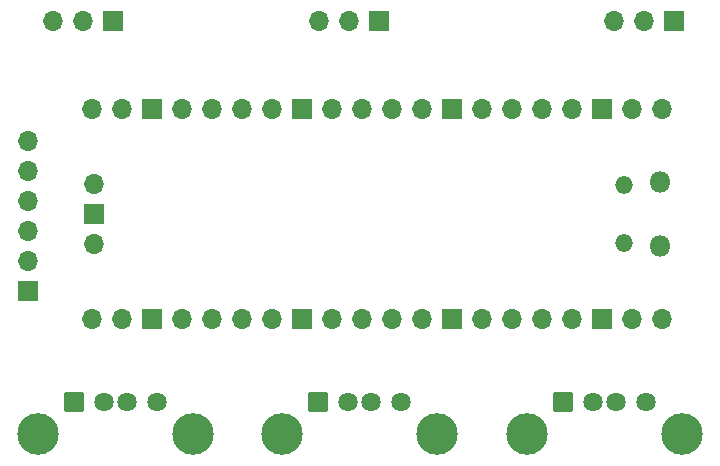
<source format=gbr>
%TF.GenerationSoftware,KiCad,Pcbnew,7.0.9*%
%TF.CreationDate,2023-12-13T17:29:23+01:00*%
%TF.ProjectId,water-tomorrow-pico-triple,77617465-722d-4746-9f6d-6f72726f772d,rev?*%
%TF.SameCoordinates,Original*%
%TF.FileFunction,Soldermask,Bot*%
%TF.FilePolarity,Negative*%
%FSLAX46Y46*%
G04 Gerber Fmt 4.6, Leading zero omitted, Abs format (unit mm)*
G04 Created by KiCad (PCBNEW 7.0.9) date 2023-12-13 17:29:23*
%MOMM*%
%LPD*%
G01*
G04 APERTURE LIST*
G04 Aperture macros list*
%AMRoundRect*
0 Rectangle with rounded corners*
0 $1 Rounding radius*
0 $2 $3 $4 $5 $6 $7 $8 $9 X,Y pos of 4 corners*
0 Add a 4 corners polygon primitive as box body*
4,1,4,$2,$3,$4,$5,$6,$7,$8,$9,$2,$3,0*
0 Add four circle primitives for the rounded corners*
1,1,$1+$1,$2,$3*
1,1,$1+$1,$4,$5*
1,1,$1+$1,$6,$7*
1,1,$1+$1,$8,$9*
0 Add four rect primitives between the rounded corners*
20,1,$1+$1,$2,$3,$4,$5,0*
20,1,$1+$1,$4,$5,$6,$7,0*
20,1,$1+$1,$6,$7,$8,$9,0*
20,1,$1+$1,$8,$9,$2,$3,0*%
G04 Aperture macros list end*
%ADD10RoundRect,0.102000X-0.714000X-0.714000X0.714000X-0.714000X0.714000X0.714000X-0.714000X0.714000X0*%
%ADD11C,1.632000*%
%ADD12C,3.520000*%
%ADD13R,1.700000X1.700000*%
%ADD14O,1.700000X1.700000*%
%ADD15O,1.800000X1.800000*%
%ADD16O,1.500000X1.500000*%
G04 APERTURE END LIST*
D10*
%TO.C,J6*%
X58070000Y-34790000D03*
D11*
X60570000Y-34790000D03*
X62570000Y-34790000D03*
X65070000Y-34790000D03*
D12*
X55000000Y-37500000D03*
X68140000Y-37500000D03*
%TD*%
D10*
%TO.C,J5*%
X37320000Y-34790000D03*
D11*
X39820000Y-34790000D03*
X41820000Y-34790000D03*
X44320000Y-34790000D03*
D12*
X34250000Y-37500000D03*
X47390000Y-37500000D03*
%TD*%
%TO.C,J8*%
X26750000Y-37460000D03*
X13610000Y-37460000D03*
D11*
X23680000Y-34750000D03*
X21180000Y-34750000D03*
X19180000Y-34750000D03*
D10*
X16680000Y-34750000D03*
%TD*%
D13*
%TO.C,J4*%
X67500000Y-2500000D03*
D14*
X64960000Y-2500000D03*
X62420000Y-2500000D03*
%TD*%
D13*
%TO.C,J3*%
X42500000Y-2500000D03*
D14*
X39960000Y-2500000D03*
X37420000Y-2500000D03*
%TD*%
D13*
%TO.C,J2*%
X20000000Y-2500000D03*
D14*
X17460000Y-2500000D03*
X14920000Y-2500000D03*
%TD*%
D13*
%TO.C,J1*%
X12772000Y-25350200D03*
D14*
X12772000Y-22810200D03*
X12772000Y-20270200D03*
X12772000Y-17730200D03*
X12772000Y-15190200D03*
X12772000Y-12650200D03*
%TD*%
D15*
%TO.C,U1*%
X66291000Y-16147200D03*
D16*
X63261000Y-16447200D03*
X63261000Y-21297200D03*
D15*
X66291000Y-21597200D03*
D14*
X66421000Y-9982200D03*
X63881000Y-9982200D03*
D13*
X61341000Y-9982200D03*
D14*
X58801000Y-9982200D03*
X56261000Y-9982200D03*
X53721000Y-9982200D03*
X51181000Y-9982200D03*
D13*
X48641000Y-9982200D03*
D14*
X46101000Y-9982200D03*
X43561000Y-9982200D03*
X41021000Y-9982200D03*
X38481000Y-9982200D03*
D13*
X35941000Y-9982200D03*
D14*
X33401000Y-9982200D03*
X30861000Y-9982200D03*
X28321000Y-9982200D03*
X25781000Y-9982200D03*
D13*
X23241000Y-9982200D03*
D14*
X20701000Y-9982200D03*
X18161000Y-9982200D03*
X18161000Y-27762200D03*
X20701000Y-27762200D03*
D13*
X23241000Y-27762200D03*
D14*
X25781000Y-27762200D03*
X28321000Y-27762200D03*
X30861000Y-27762200D03*
X33401000Y-27762200D03*
D13*
X35941000Y-27762200D03*
D14*
X38481000Y-27762200D03*
X41021000Y-27762200D03*
X43561000Y-27762200D03*
X46101000Y-27762200D03*
D13*
X48641000Y-27762200D03*
D14*
X51181000Y-27762200D03*
X53721000Y-27762200D03*
X56261000Y-27762200D03*
X58801000Y-27762200D03*
D13*
X61341000Y-27762200D03*
D14*
X63881000Y-27762200D03*
X66421000Y-27762200D03*
X18391000Y-16332200D03*
D13*
X18391000Y-18872200D03*
D14*
X18391000Y-21412200D03*
%TD*%
M02*

</source>
